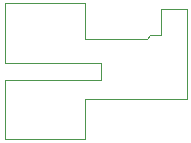
<source format=gbr>
%TF.GenerationSoftware,KiCad,Pcbnew,(5.1.6)-1*%
%TF.CreationDate,2020-07-03T21:52:39-04:00*%
%TF.ProjectId,SRF Pendant Daughterboards,53524620-5065-46e6-9461-6e7420446175,rev?*%
%TF.SameCoordinates,Original*%
%TF.FileFunction,Profile,NP*%
%FSLAX46Y46*%
G04 Gerber Fmt 4.6, Leading zero omitted, Abs format (unit mm)*
G04 Created by KiCad (PCBNEW (5.1.6)-1) date 2020-07-03 21:52:39*
%MOMM*%
%LPD*%
G01*
G04 APERTURE LIST*
%TA.AperFunction,Profile*%
%ADD10C,0.050000*%
%TD*%
G04 APERTURE END LIST*
D10*
X152300000Y-95700000D02*
X152400000Y-95700000D01*
X152300000Y-97700000D02*
X152300000Y-99200000D01*
X151000000Y-95700000D02*
X152300000Y-95700000D01*
X151000000Y-97700000D02*
X152300000Y-97700000D01*
X152300000Y-99200000D02*
X151000000Y-99200000D01*
X152300000Y-100800000D02*
X151000000Y-100800000D01*
X152300000Y-100800000D02*
X159600000Y-100800000D01*
X156200000Y-95700000D02*
X152400000Y-95700000D01*
X156500000Y-95400000D02*
X156200000Y-95700000D01*
X156700000Y-95400000D02*
X156500000Y-95400000D01*
X157400000Y-95400000D02*
X156700000Y-95400000D01*
X157400000Y-93200000D02*
X157400000Y-95400000D01*
X159600000Y-93200000D02*
X157400000Y-93200000D01*
X159600000Y-100800000D02*
X159600000Y-93200000D01*
X151000000Y-95700000D02*
X151000000Y-92700000D01*
X144200000Y-97700000D02*
X144200000Y-92700000D01*
X144200000Y-104200000D02*
X144200000Y-99200000D01*
X151000000Y-104200000D02*
X151000000Y-100800000D01*
X147100000Y-97700000D02*
X144200000Y-97700000D01*
X151000000Y-97700000D02*
X147100000Y-97700000D01*
X147100000Y-99200000D02*
X144200000Y-99200000D01*
X151000000Y-99200000D02*
X147100000Y-99200000D01*
X151000000Y-92700000D02*
X144200000Y-92700000D01*
X144200000Y-104200000D02*
X151000000Y-104200000D01*
M02*

</source>
